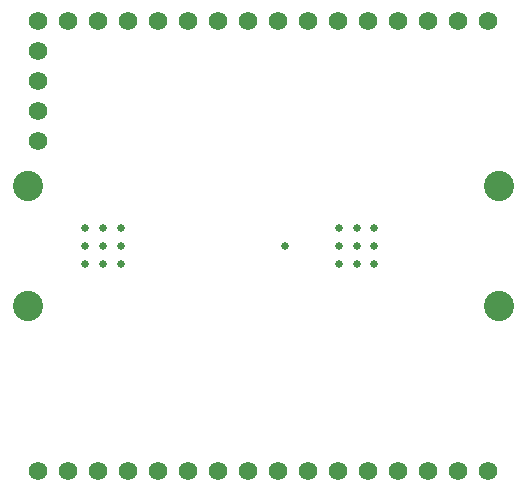
<source format=gbs>
G04 #@! TF.GenerationSoftware,KiCad,Pcbnew,5.1.6-c6e7f7d~86~ubuntu18.04.1*
G04 #@! TF.CreationDate,2020-06-07T16:33:24-04:00*
G04 #@! TF.ProjectId,ta-comm,74612d63-6f6d-46d2-9e6b-696361645f70,rev?*
G04 #@! TF.SameCoordinates,Original*
G04 #@! TF.FileFunction,Soldermask,Bot*
G04 #@! TF.FilePolarity,Negative*
%FSLAX46Y46*%
G04 Gerber Fmt 4.6, Leading zero omitted, Abs format (unit mm)*
G04 Created by KiCad (PCBNEW 5.1.6-c6e7f7d~86~ubuntu18.04.1) date 2020-06-07 16:33:24*
%MOMM*%
%LPD*%
G01*
G04 APERTURE LIST*
%ADD10C,0.635000*%
%ADD11C,1.565400*%
%ADD12C,2.565400*%
G04 APERTURE END LIST*
D10*
X142900000Y-109500000D03*
X141400000Y-109500000D03*
X139900000Y-109500000D03*
X142900000Y-108000000D03*
X141400000Y-108000000D03*
X139900000Y-108000000D03*
X142900000Y-106500000D03*
X141400000Y-106500000D03*
X139900000Y-106500000D03*
X156800000Y-108000000D03*
X161400000Y-106500000D03*
X162900000Y-106500000D03*
X164400000Y-106500000D03*
X161400000Y-108000000D03*
X162900000Y-108000000D03*
X164400000Y-108000000D03*
X161400000Y-109500000D03*
X162900000Y-109500000D03*
X164400000Y-109500000D03*
D11*
X174050000Y-88950000D03*
X171510000Y-88950000D03*
X168970000Y-88950000D03*
X166430000Y-88950000D03*
X163890000Y-88950000D03*
X161350000Y-88950000D03*
X158810000Y-88950000D03*
X156270000Y-88950000D03*
X153730000Y-88950000D03*
X151190000Y-88950000D03*
X148650000Y-88950000D03*
X146110000Y-88950000D03*
X143570000Y-88950000D03*
X141030000Y-88950000D03*
X138490000Y-88950000D03*
X135950000Y-88950000D03*
X174050000Y-127050000D03*
X171510000Y-127050000D03*
X168970000Y-127050000D03*
X166430000Y-127050000D03*
X163890000Y-127050000D03*
X161350000Y-127050000D03*
X158810000Y-127050000D03*
X156270000Y-127050000D03*
X153730000Y-127050000D03*
X151190000Y-127050000D03*
X148650000Y-127050000D03*
X146110000Y-127050000D03*
X143570000Y-127050000D03*
X141030000Y-127050000D03*
X138490000Y-127050000D03*
X135950000Y-127050000D03*
X135950000Y-91490000D03*
X135950000Y-94030000D03*
X135950000Y-96570000D03*
X135950000Y-99110000D03*
D12*
X174960000Y-113080000D03*
X135040000Y-113080000D03*
X174960000Y-102920000D03*
X135040000Y-102920000D03*
M02*

</source>
